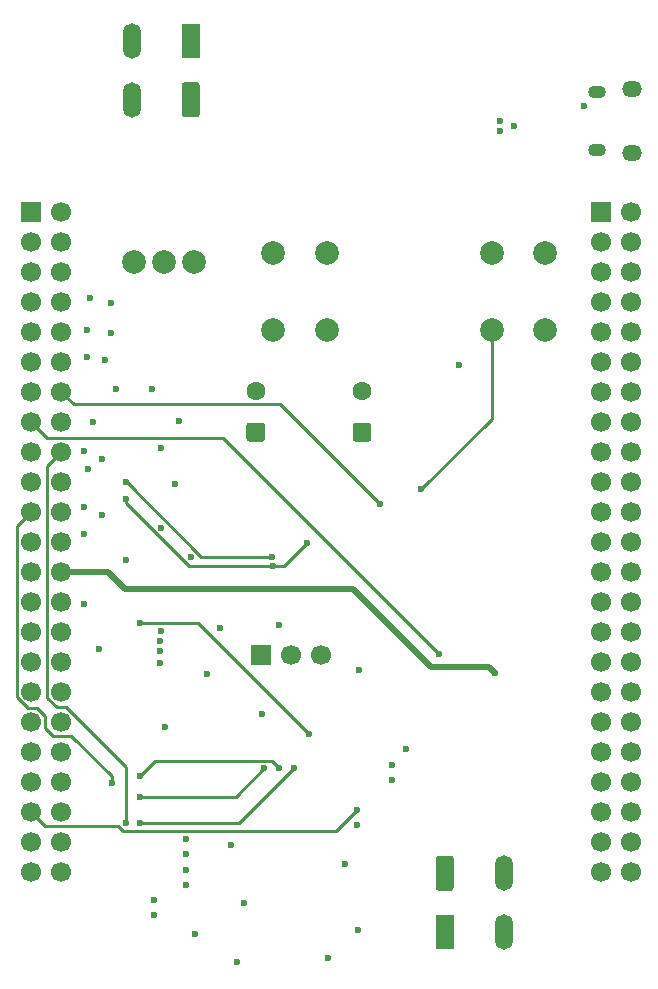
<source format=gbr>
G04 #@! TF.GenerationSoftware,KiCad,Pcbnew,9.0.1+1*
G04 #@! TF.CreationDate,2025-11-22T15:40:33+00:00*
G04 #@! TF.ProjectId,com4bbb,636f6d34-6262-4622-9e6b-696361645f70,rev?*
G04 #@! TF.SameCoordinates,Original*
G04 #@! TF.FileFunction,Copper,L2,Inr*
G04 #@! TF.FilePolarity,Positive*
%FSLAX46Y46*%
G04 Gerber Fmt 4.6, Leading zero omitted, Abs format (unit mm)*
G04 Created by KiCad (PCBNEW 9.0.1+1) date 2025-11-22 15:40:33*
%MOMM*%
%LPD*%
G01*
G04 APERTURE LIST*
G04 #@! TA.AperFunction,ComponentPad*
%ADD10R,1.700000X1.700000*%
G04 #@! TD*
G04 #@! TA.AperFunction,ComponentPad*
%ADD11C,1.700000*%
G04 #@! TD*
G04 #@! TA.AperFunction,ComponentPad*
%ADD12R,1.500000X3.000000*%
G04 #@! TD*
G04 #@! TA.AperFunction,ComponentPad*
%ADD13O,1.500000X3.000000*%
G04 #@! TD*
G04 #@! TA.AperFunction,ComponentPad*
%ADD14C,2.000000*%
G04 #@! TD*
G04 #@! TA.AperFunction,ComponentPad*
%ADD15C,1.600000*%
G04 #@! TD*
G04 #@! TA.AperFunction,HeatsinkPad*
%ADD16O,1.700000X1.350000*%
G04 #@! TD*
G04 #@! TA.AperFunction,HeatsinkPad*
%ADD17O,1.500000X1.100000*%
G04 #@! TD*
G04 #@! TA.AperFunction,ViaPad*
%ADD18C,0.600000*%
G04 #@! TD*
G04 #@! TA.AperFunction,Conductor*
%ADD19C,0.250000*%
G04 #@! TD*
G04 #@! TA.AperFunction,Conductor*
%ADD20C,0.500000*%
G04 #@! TD*
G04 APERTURE END LIST*
D10*
X164630100Y-62382400D03*
D11*
X167170100Y-62382400D03*
X164630100Y-64922400D03*
X167170100Y-64922400D03*
X164630100Y-67462400D03*
X167170100Y-67462400D03*
X164630100Y-70002400D03*
X167170100Y-70002400D03*
X164630100Y-72542400D03*
X167170100Y-72542400D03*
X164630100Y-75082400D03*
X167170100Y-75082400D03*
X164630100Y-77622400D03*
X167170100Y-77622400D03*
X164630100Y-80162400D03*
X167170100Y-80162400D03*
X164630100Y-82702400D03*
X167170100Y-82702400D03*
X164630100Y-85242400D03*
X167170100Y-85242400D03*
X164630100Y-87782400D03*
X167170100Y-87782400D03*
X164630100Y-90322400D03*
X167170100Y-90322400D03*
X164630100Y-92862400D03*
X167170100Y-92862400D03*
X164630100Y-95402400D03*
X167170100Y-95402400D03*
X164630100Y-97942400D03*
X167170100Y-97942400D03*
X164630100Y-100482400D03*
X167170100Y-100482400D03*
X164630100Y-103022400D03*
X167170100Y-103022400D03*
X164630100Y-105562400D03*
X167170100Y-105562400D03*
X164630100Y-108102400D03*
X167170100Y-108102400D03*
X164630100Y-110642400D03*
X167170100Y-110642400D03*
X164630100Y-113182400D03*
X167170100Y-113182400D03*
X164630100Y-115722400D03*
X167170100Y-115722400D03*
X164630100Y-118262400D03*
X167170100Y-118262400D03*
D10*
X116370100Y-62382400D03*
D11*
X118910100Y-62382400D03*
X116370100Y-64922400D03*
X118910100Y-64922400D03*
X116370100Y-67462400D03*
X118910100Y-67462400D03*
X116370100Y-70002400D03*
X118910100Y-70002400D03*
X116370100Y-72542400D03*
X118910100Y-72542400D03*
X116370100Y-75082400D03*
X118910100Y-75082400D03*
X116370100Y-77622400D03*
X118910100Y-77622400D03*
X116370100Y-80162400D03*
X118910100Y-80162400D03*
X116370100Y-82702400D03*
X118910100Y-82702400D03*
X116370100Y-85242400D03*
X118910100Y-85242400D03*
X116370100Y-87782400D03*
X118910100Y-87782400D03*
X116370100Y-90322400D03*
X118910100Y-90322400D03*
X116370100Y-92862400D03*
X118910100Y-92862400D03*
X116370100Y-95402400D03*
X118910100Y-95402400D03*
X116370100Y-97942400D03*
X118910100Y-97942400D03*
X116370100Y-100482400D03*
X118910100Y-100482400D03*
X116370100Y-103022400D03*
X118910100Y-103022400D03*
X116370100Y-105562400D03*
X118910100Y-105562400D03*
X116370100Y-108102400D03*
X118910100Y-108102400D03*
X116370100Y-110642400D03*
X118910100Y-110642400D03*
X116370100Y-113182400D03*
X118910100Y-113182400D03*
X116370100Y-115722400D03*
X118910100Y-115722400D03*
X116370100Y-118262400D03*
X118910100Y-118262400D03*
G04 #@! TA.AperFunction,ComponentPad*
G36*
G01*
X150620100Y-119632399D02*
X150620100Y-117132401D01*
G75*
G02*
X150870101Y-116882400I250001J0D01*
G01*
X151870099Y-116882400D01*
G75*
G02*
X152120100Y-117132401I0J-250001D01*
G01*
X152120100Y-119632399D01*
G75*
G02*
X151870099Y-119882400I-250001J0D01*
G01*
X150870101Y-119882400D01*
G75*
G02*
X150620100Y-119632399I0J250001D01*
G01*
G37*
G04 #@! TD.AperFunction*
D12*
X151370100Y-123382400D03*
D13*
X156370100Y-118382400D03*
X156370100Y-123382400D03*
D14*
X155370100Y-72382400D03*
X155370100Y-65882400D03*
X159870100Y-72382400D03*
X159870100Y-65882400D03*
X136870100Y-72382400D03*
X136870100Y-65882400D03*
X141370100Y-72382400D03*
X141370100Y-65882400D03*
G04 #@! TA.AperFunction,ComponentPad*
G36*
G01*
X130620100Y-51632401D02*
X130620100Y-54132399D01*
G75*
G02*
X130370099Y-54382400I-250001J0D01*
G01*
X129370101Y-54382400D01*
G75*
G02*
X129120100Y-54132399I0J250001D01*
G01*
X129120100Y-51632401D01*
G75*
G02*
X129370101Y-51382400I250001J0D01*
G01*
X130370099Y-51382400D01*
G75*
G02*
X130620100Y-51632401I0J-250001D01*
G01*
G37*
G04 #@! TD.AperFunction*
D12*
X129870100Y-47882400D03*
D13*
X124870100Y-52882400D03*
X124870100Y-47882400D03*
D14*
X130160100Y-66632400D03*
X127620100Y-66632400D03*
X125080100Y-66632400D03*
G04 #@! TA.AperFunction,ComponentPad*
G36*
G01*
X135920100Y-81835051D02*
X134820100Y-81835051D01*
G75*
G02*
X134570100Y-81585051I0J250000D01*
G01*
X134570100Y-80485051D01*
G75*
G02*
X134820100Y-80235051I250000J0D01*
G01*
X135920100Y-80235051D01*
G75*
G02*
X136170100Y-80485051I0J-250000D01*
G01*
X136170100Y-81585051D01*
G75*
G02*
X135920100Y-81835051I-250000J0D01*
G01*
G37*
G04 #@! TD.AperFunction*
D15*
X135370100Y-77535051D03*
G04 #@! TA.AperFunction,ComponentPad*
G36*
G01*
X144920100Y-81835051D02*
X143820100Y-81835051D01*
G75*
G02*
X143570100Y-81585051I0J250000D01*
G01*
X143570100Y-80485051D01*
G75*
G02*
X143820100Y-80235051I250000J0D01*
G01*
X144920100Y-80235051D01*
G75*
G02*
X145170100Y-80485051I0J-250000D01*
G01*
X145170100Y-81585051D01*
G75*
G02*
X144920100Y-81835051I-250000J0D01*
G01*
G37*
G04 #@! TD.AperFunction*
X144370100Y-77535051D03*
D16*
X167250100Y-57412400D03*
D17*
X164250100Y-57102400D03*
X164250100Y-52262400D03*
D16*
X167250100Y-51952400D03*
D10*
X135830100Y-99882400D03*
D11*
X138370100Y-99882400D03*
X140910100Y-99882400D03*
D18*
X133770100Y-125882400D03*
X122620100Y-74882400D03*
X130270100Y-123482400D03*
X129870100Y-91582400D03*
X121370100Y-69632400D03*
X128870100Y-80082400D03*
X128570100Y-85382400D03*
X123120100Y-70132400D03*
X127245100Y-99582400D03*
X163170100Y-53382400D03*
X148120100Y-107882400D03*
X120870100Y-95582400D03*
X144120100Y-101132400D03*
X120870100Y-82632400D03*
X120870100Y-87382400D03*
X135870100Y-104882400D03*
X121120100Y-72382400D03*
X141470100Y-125582400D03*
X120870100Y-89682400D03*
X124370100Y-91882400D03*
X123120100Y-72632400D03*
X134370100Y-120882400D03*
X121170100Y-84182400D03*
X121120100Y-74632400D03*
X132370100Y-97632400D03*
X157270100Y-55082400D03*
X133270100Y-115982400D03*
X122070100Y-99382400D03*
X121620100Y-80132400D03*
X137370100Y-97382400D03*
X142970100Y-117582400D03*
X152620100Y-75382400D03*
X127370100Y-97828400D03*
X127370100Y-82382400D03*
X127370100Y-89132400D03*
X149370100Y-85882400D03*
X124370100Y-114132400D03*
X123170099Y-110772399D03*
X143970100Y-114282400D03*
X150902600Y-99849900D03*
X139870100Y-106582400D03*
X125544100Y-97203400D03*
X124370100Y-86682400D03*
X136797652Y-92381928D03*
X139687042Y-90449342D03*
X136770100Y-91582400D03*
X124370100Y-85242400D03*
X125537012Y-110162188D03*
X137370100Y-109482400D03*
X155620100Y-101382400D03*
X143970100Y-112982400D03*
X129470100Y-115482400D03*
X127245100Y-98682400D03*
X129470100Y-118082400D03*
X127696100Y-105982400D03*
X131270100Y-101482400D03*
X129470100Y-116782400D03*
X127245100Y-100582400D03*
X129470100Y-119382400D03*
X122385100Y-88017400D03*
X122370100Y-83282400D03*
X123570100Y-77382400D03*
X126770100Y-121882400D03*
X126620100Y-77382400D03*
X126770100Y-120682400D03*
X144070100Y-123182400D03*
X138570100Y-109482400D03*
X125544100Y-114133400D03*
X125544100Y-111882400D03*
X136070100Y-109482400D03*
X146870100Y-109182400D03*
X156070100Y-54657400D03*
X156070100Y-55507400D03*
X146870100Y-110482400D03*
X145870100Y-87132400D03*
D19*
X149370100Y-85882400D02*
X155370100Y-79882400D01*
X155370100Y-79882400D02*
X155370100Y-72382400D01*
X124370100Y-114132400D02*
X124370100Y-109359284D01*
X117734100Y-103509516D02*
X117734100Y-83878400D01*
X118506984Y-104282400D02*
X117734100Y-103509516D01*
X119293216Y-104282400D02*
X118506984Y-104282400D01*
X117734100Y-83878400D02*
X118910100Y-82702400D01*
X124370100Y-109359284D02*
X119293216Y-104282400D01*
X115170100Y-103485516D02*
X115170100Y-88982400D01*
X123170099Y-110182399D02*
X119726100Y-106738400D01*
X116857216Y-104386400D02*
X116070984Y-104386400D01*
X123170099Y-110772399D02*
X123170099Y-110182399D01*
X116070984Y-104386400D02*
X115170100Y-103485516D01*
X117546100Y-105075284D02*
X116857216Y-104386400D01*
X115170100Y-88982400D02*
X116370100Y-87782400D01*
X117546100Y-106049516D02*
X117546100Y-105075284D01*
X118234984Y-106738400D02*
X117546100Y-106049516D01*
X119726100Y-106738400D02*
X118234984Y-106738400D01*
X132579100Y-81526400D02*
X150902600Y-99849900D01*
X117734100Y-81526400D02*
X132579100Y-81526400D01*
X116370100Y-80162400D02*
X117734100Y-81526400D01*
X130491100Y-97203400D02*
X139870100Y-106582400D01*
X125544100Y-97203400D02*
X130491100Y-97203400D01*
X136797652Y-92381928D02*
X137754456Y-92381928D01*
X129734330Y-92381928D02*
X124370100Y-87017698D01*
X136797652Y-92381928D02*
X129734330Y-92381928D01*
X137754456Y-92381928D02*
X139687042Y-90449342D01*
X124370100Y-87017698D02*
X124370100Y-86682400D01*
X136770100Y-91582400D02*
X130770100Y-91582400D01*
X124430100Y-85242400D02*
X124370100Y-85242400D01*
X130770100Y-91582400D02*
X124430100Y-85242400D01*
X125537012Y-110162188D02*
X126842800Y-108856400D01*
X126842800Y-108856400D02*
X136744100Y-108856400D01*
X136744100Y-108856400D02*
X137370100Y-109482400D01*
D20*
X150215149Y-100880796D02*
X155118496Y-100880796D01*
X155118496Y-100880796D02*
X155620100Y-101382400D01*
X118910100Y-92862400D02*
X122850100Y-92862400D01*
X143616753Y-94282400D02*
X150215149Y-100880796D01*
X122850100Y-92862400D02*
X124270100Y-94282400D01*
X124270100Y-94282400D02*
X143616753Y-94282400D01*
D19*
X124110802Y-114758400D02*
X142194100Y-114758400D01*
X142194100Y-114758400D02*
X143970100Y-112982400D01*
X117546100Y-114358400D02*
X123710802Y-114358400D01*
X123710802Y-114358400D02*
X124110802Y-114758400D01*
X116370100Y-113182400D02*
X117546100Y-114358400D01*
X133919100Y-114133400D02*
X138570100Y-109482400D01*
X125544100Y-114133400D02*
X133919100Y-114133400D01*
X125544100Y-111882400D02*
X133670100Y-111882400D01*
X133670100Y-111882400D02*
X136070100Y-109482400D01*
X137398751Y-78661051D02*
X145870100Y-87132400D01*
X118910100Y-77622400D02*
X119948751Y-78661051D01*
X119948751Y-78661051D02*
X137398751Y-78661051D01*
M02*

</source>
